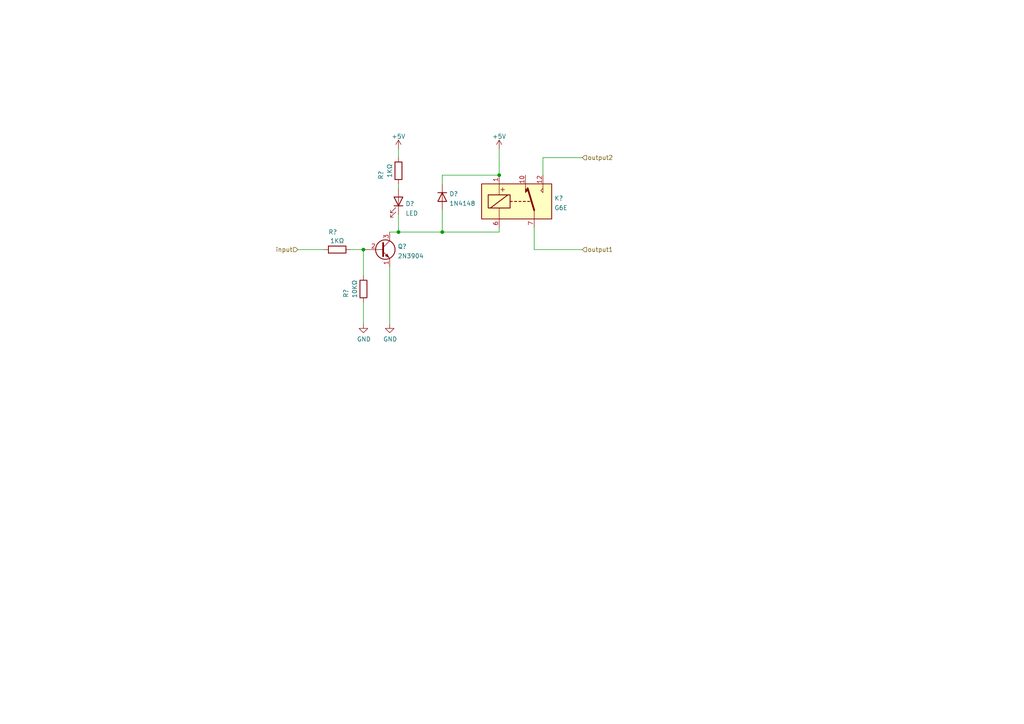
<source format=kicad_sch>
(kicad_sch (version 20211123) (generator eeschema)

  (uuid bb5ba3a0-4714-4acf-8285-c37121ec5d3f)

  (paper "A4")

  (lib_symbols
    (symbol "Device:LED" (pin_numbers hide) (pin_names (offset 1.016) hide) (in_bom yes) (on_board yes)
      (property "Reference" "D" (id 0) (at 0 2.54 0)
        (effects (font (size 1.27 1.27)))
      )
      (property "Value" "LED" (id 1) (at 0 -2.54 0)
        (effects (font (size 1.27 1.27)))
      )
      (property "Footprint" "" (id 2) (at 0 0 0)
        (effects (font (size 1.27 1.27)) hide)
      )
      (property "Datasheet" "~" (id 3) (at 0 0 0)
        (effects (font (size 1.27 1.27)) hide)
      )
      (property "ki_keywords" "LED diode" (id 4) (at 0 0 0)
        (effects (font (size 1.27 1.27)) hide)
      )
      (property "ki_description" "Light emitting diode" (id 5) (at 0 0 0)
        (effects (font (size 1.27 1.27)) hide)
      )
      (property "ki_fp_filters" "LED* LED_SMD:* LED_THT:*" (id 6) (at 0 0 0)
        (effects (font (size 1.27 1.27)) hide)
      )
      (symbol "LED_0_1"
        (polyline
          (pts
            (xy -1.27 -1.27)
            (xy -1.27 1.27)
          )
          (stroke (width 0.254) (type default) (color 0 0 0 0))
          (fill (type none))
        )
        (polyline
          (pts
            (xy -1.27 0)
            (xy 1.27 0)
          )
          (stroke (width 0) (type default) (color 0 0 0 0))
          (fill (type none))
        )
        (polyline
          (pts
            (xy 1.27 -1.27)
            (xy 1.27 1.27)
            (xy -1.27 0)
            (xy 1.27 -1.27)
          )
          (stroke (width 0.254) (type default) (color 0 0 0 0))
          (fill (type none))
        )
        (polyline
          (pts
            (xy -3.048 -0.762)
            (xy -4.572 -2.286)
            (xy -3.81 -2.286)
            (xy -4.572 -2.286)
            (xy -4.572 -1.524)
          )
          (stroke (width 0) (type default) (color 0 0 0 0))
          (fill (type none))
        )
        (polyline
          (pts
            (xy -1.778 -0.762)
            (xy -3.302 -2.286)
            (xy -2.54 -2.286)
            (xy -3.302 -2.286)
            (xy -3.302 -1.524)
          )
          (stroke (width 0) (type default) (color 0 0 0 0))
          (fill (type none))
        )
      )
      (symbol "LED_1_1"
        (pin passive line (at -3.81 0 0) (length 2.54)
          (name "K" (effects (font (size 1.27 1.27))))
          (number "1" (effects (font (size 1.27 1.27))))
        )
        (pin passive line (at 3.81 0 180) (length 2.54)
          (name "A" (effects (font (size 1.27 1.27))))
          (number "2" (effects (font (size 1.27 1.27))))
        )
      )
    )
    (symbol "Device:R" (pin_numbers hide) (pin_names (offset 0)) (in_bom yes) (on_board yes)
      (property "Reference" "R" (id 0) (at 2.032 0 90)
        (effects (font (size 1.27 1.27)))
      )
      (property "Value" "R" (id 1) (at 0 0 90)
        (effects (font (size 1.27 1.27)))
      )
      (property "Footprint" "" (id 2) (at -1.778 0 90)
        (effects (font (size 1.27 1.27)) hide)
      )
      (property "Datasheet" "~" (id 3) (at 0 0 0)
        (effects (font (size 1.27 1.27)) hide)
      )
      (property "ki_keywords" "R res resistor" (id 4) (at 0 0 0)
        (effects (font (size 1.27 1.27)) hide)
      )
      (property "ki_description" "Resistor" (id 5) (at 0 0 0)
        (effects (font (size 1.27 1.27)) hide)
      )
      (property "ki_fp_filters" "R_*" (id 6) (at 0 0 0)
        (effects (font (size 1.27 1.27)) hide)
      )
      (symbol "R_0_1"
        (rectangle (start -1.016 -2.54) (end 1.016 2.54)
          (stroke (width 0.254) (type default) (color 0 0 0 0))
          (fill (type none))
        )
      )
      (symbol "R_1_1"
        (pin passive line (at 0 3.81 270) (length 1.27)
          (name "~" (effects (font (size 1.27 1.27))))
          (number "1" (effects (font (size 1.27 1.27))))
        )
        (pin passive line (at 0 -3.81 90) (length 1.27)
          (name "~" (effects (font (size 1.27 1.27))))
          (number "2" (effects (font (size 1.27 1.27))))
        )
      )
    )
    (symbol "Diode:1N4148" (pin_numbers hide) (pin_names (offset 1.016) hide) (in_bom yes) (on_board yes)
      (property "Reference" "D" (id 0) (at 0 2.54 0)
        (effects (font (size 1.27 1.27)))
      )
      (property "Value" "1N4148" (id 1) (at 0 -2.54 0)
        (effects (font (size 1.27 1.27)))
      )
      (property "Footprint" "Diode_THT:D_DO-35_SOD27_P7.62mm_Horizontal" (id 2) (at 0 -4.445 0)
        (effects (font (size 1.27 1.27)) hide)
      )
      (property "Datasheet" "https://assets.nexperia.com/documents/data-sheet/1N4148_1N4448.pdf" (id 3) (at 0 0 0)
        (effects (font (size 1.27 1.27)) hide)
      )
      (property "ki_keywords" "diode" (id 4) (at 0 0 0)
        (effects (font (size 1.27 1.27)) hide)
      )
      (property "ki_description" "100V 0.15A standard switching diode, DO-35" (id 5) (at 0 0 0)
        (effects (font (size 1.27 1.27)) hide)
      )
      (property "ki_fp_filters" "D*DO?35*" (id 6) (at 0 0 0)
        (effects (font (size 1.27 1.27)) hide)
      )
      (symbol "1N4148_0_1"
        (polyline
          (pts
            (xy -1.27 1.27)
            (xy -1.27 -1.27)
          )
          (stroke (width 0.254) (type default) (color 0 0 0 0))
          (fill (type none))
        )
        (polyline
          (pts
            (xy 1.27 0)
            (xy -1.27 0)
          )
          (stroke (width 0) (type default) (color 0 0 0 0))
          (fill (type none))
        )
        (polyline
          (pts
            (xy 1.27 1.27)
            (xy 1.27 -1.27)
            (xy -1.27 0)
            (xy 1.27 1.27)
          )
          (stroke (width 0.254) (type default) (color 0 0 0 0))
          (fill (type none))
        )
      )
      (symbol "1N4148_1_1"
        (pin passive line (at -3.81 0 0) (length 2.54)
          (name "K" (effects (font (size 1.27 1.27))))
          (number "1" (effects (font (size 1.27 1.27))))
        )
        (pin passive line (at 3.81 0 180) (length 2.54)
          (name "A" (effects (font (size 1.27 1.27))))
          (number "2" (effects (font (size 1.27 1.27))))
        )
      )
    )
    (symbol "Relay:G6E" (in_bom yes) (on_board yes)
      (property "Reference" "K" (id 0) (at 11.43 3.81 0)
        (effects (font (size 1.27 1.27)) (justify left))
      )
      (property "Value" "G6E" (id 1) (at 11.43 1.27 0)
        (effects (font (size 1.27 1.27)) (justify left))
      )
      (property "Footprint" "Relay_THT:Relay_SPDT_Omron_G6E" (id 2) (at 28.702 -0.762 0)
        (effects (font (size 1.27 1.27)) hide)
      )
      (property "Datasheet" "https://www.omron.com/ecb/products/pdf/en-g6e.pdf" (id 3) (at 0 0 0)
        (effects (font (size 1.27 1.27)) hide)
      )
      (property "ki_keywords" "Single Pole Relay SPDT" (id 4) (at 0 0 0)
        (effects (font (size 1.27 1.27)) hide)
      )
      (property "ki_description" "Omron Subminiature Sensitive SPDT Signal Switching Relay, Single-Side Stable" (id 5) (at 0 0 0)
        (effects (font (size 1.27 1.27)) hide)
      )
      (property "ki_fp_filters" "Relay*SPDT*Omron*G6E*" (id 6) (at 0 0 0)
        (effects (font (size 1.27 1.27)) hide)
      )
      (symbol "G6E_0_0"
        (polyline
          (pts
            (xy 7.62 5.08)
            (xy 7.62 2.54)
            (xy 6.985 3.175)
            (xy 7.62 3.81)
          )
          (stroke (width 0) (type default) (color 0 0 0 0))
          (fill (type none))
        )
        (text "+" (at -4.064 3.556 0)
          (effects (font (size 1.524 1.524)))
        )
      )
      (symbol "G6E_0_1"
        (rectangle (start -10.16 5.08) (end 10.16 -5.08)
          (stroke (width 0.254) (type default) (color 0 0 0 0))
          (fill (type background))
        )
        (rectangle (start -8.255 1.905) (end -1.905 -1.905)
          (stroke (width 0.254) (type default) (color 0 0 0 0))
          (fill (type none))
        )
        (polyline
          (pts
            (xy -7.62 -1.905)
            (xy -2.54 1.905)
          )
          (stroke (width 0.254) (type default) (color 0 0 0 0))
          (fill (type none))
        )
        (polyline
          (pts
            (xy -5.08 -5.08)
            (xy -5.08 -1.905)
          )
          (stroke (width 0) (type default) (color 0 0 0 0))
          (fill (type none))
        )
        (polyline
          (pts
            (xy -5.08 5.08)
            (xy -5.08 1.905)
          )
          (stroke (width 0) (type default) (color 0 0 0 0))
          (fill (type none))
        )
        (polyline
          (pts
            (xy -1.905 0)
            (xy -1.27 0)
          )
          (stroke (width 0.254) (type default) (color 0 0 0 0))
          (fill (type none))
        )
        (polyline
          (pts
            (xy -0.635 0)
            (xy 0 0)
          )
          (stroke (width 0.254) (type default) (color 0 0 0 0))
          (fill (type none))
        )
        (polyline
          (pts
            (xy 0.635 0)
            (xy 1.27 0)
          )
          (stroke (width 0.254) (type default) (color 0 0 0 0))
          (fill (type none))
        )
        (polyline
          (pts
            (xy 1.905 0)
            (xy 2.54 0)
          )
          (stroke (width 0.254) (type default) (color 0 0 0 0))
          (fill (type none))
        )
        (polyline
          (pts
            (xy 3.175 0)
            (xy 3.81 0)
          )
          (stroke (width 0.254) (type default) (color 0 0 0 0))
          (fill (type none))
        )
        (polyline
          (pts
            (xy 5.08 -2.54)
            (xy 3.175 3.81)
          )
          (stroke (width 0.508) (type default) (color 0 0 0 0))
          (fill (type none))
        )
        (polyline
          (pts
            (xy 5.08 -2.54)
            (xy 5.08 -5.08)
          )
          (stroke (width 0) (type default) (color 0 0 0 0))
          (fill (type none))
        )
        (polyline
          (pts
            (xy 2.54 5.08)
            (xy 2.54 2.54)
            (xy 3.175 3.175)
            (xy 2.54 3.81)
          )
          (stroke (width 0) (type default) (color 0 0 0 0))
          (fill (type outline))
        )
      )
      (symbol "G6E_1_1"
        (pin passive line (at -5.08 7.62 270) (length 2.54)
          (name "~" (effects (font (size 1.27 1.27))))
          (number "1" (effects (font (size 1.27 1.27))))
        )
        (pin passive line (at 2.54 7.62 270) (length 2.54)
          (name "~" (effects (font (size 1.27 1.27))))
          (number "10" (effects (font (size 1.27 1.27))))
        )
        (pin passive line (at 7.62 7.62 270) (length 2.54)
          (name "~" (effects (font (size 1.27 1.27))))
          (number "12" (effects (font (size 1.27 1.27))))
        )
        (pin passive line (at -5.08 -7.62 90) (length 2.54)
          (name "~" (effects (font (size 1.27 1.27))))
          (number "6" (effects (font (size 1.27 1.27))))
        )
        (pin passive line (at 5.08 -7.62 90) (length 2.54)
          (name "~" (effects (font (size 1.27 1.27))))
          (number "7" (effects (font (size 1.27 1.27))))
        )
      )
    )
    (symbol "Transistor_BJT:2N3904" (pin_names (offset 0) hide) (in_bom yes) (on_board yes)
      (property "Reference" "Q" (id 0) (at 5.08 1.905 0)
        (effects (font (size 1.27 1.27)) (justify left))
      )
      (property "Value" "2N3904" (id 1) (at 5.08 0 0)
        (effects (font (size 1.27 1.27)) (justify left))
      )
      (property "Footprint" "Package_TO_SOT_THT:TO-92_Inline" (id 2) (at 5.08 -1.905 0)
        (effects (font (size 1.27 1.27) italic) (justify left) hide)
      )
      (property "Datasheet" "https://www.onsemi.com/pub/Collateral/2N3903-D.PDF" (id 3) (at 0 0 0)
        (effects (font (size 1.27 1.27)) (justify left) hide)
      )
      (property "ki_keywords" "NPN Transistor" (id 4) (at 0 0 0)
        (effects (font (size 1.27 1.27)) hide)
      )
      (property "ki_description" "0.2A Ic, 40V Vce, Small Signal NPN Transistor, TO-92" (id 5) (at 0 0 0)
        (effects (font (size 1.27 1.27)) hide)
      )
      (property "ki_fp_filters" "TO?92*" (id 6) (at 0 0 0)
        (effects (font (size 1.27 1.27)) hide)
      )
      (symbol "2N3904_0_1"
        (polyline
          (pts
            (xy 0.635 0.635)
            (xy 2.54 2.54)
          )
          (stroke (width 0) (type default) (color 0 0 0 0))
          (fill (type none))
        )
        (polyline
          (pts
            (xy 0.635 -0.635)
            (xy 2.54 -2.54)
            (xy 2.54 -2.54)
          )
          (stroke (width 0) (type default) (color 0 0 0 0))
          (fill (type none))
        )
        (polyline
          (pts
            (xy 0.635 1.905)
            (xy 0.635 -1.905)
            (xy 0.635 -1.905)
          )
          (stroke (width 0.508) (type default) (color 0 0 0 0))
          (fill (type none))
        )
        (polyline
          (pts
            (xy 1.27 -1.778)
            (xy 1.778 -1.27)
            (xy 2.286 -2.286)
            (xy 1.27 -1.778)
            (xy 1.27 -1.778)
          )
          (stroke (width 0) (type default) (color 0 0 0 0))
          (fill (type outline))
        )
        (circle (center 1.27 0) (radius 2.8194)
          (stroke (width 0.254) (type default) (color 0 0 0 0))
          (fill (type none))
        )
      )
      (symbol "2N3904_1_1"
        (pin passive line (at 2.54 -5.08 90) (length 2.54)
          (name "E" (effects (font (size 1.27 1.27))))
          (number "1" (effects (font (size 1.27 1.27))))
        )
        (pin passive line (at -5.08 0 0) (length 5.715)
          (name "B" (effects (font (size 1.27 1.27))))
          (number "2" (effects (font (size 1.27 1.27))))
        )
        (pin passive line (at 2.54 5.08 270) (length 2.54)
          (name "C" (effects (font (size 1.27 1.27))))
          (number "3" (effects (font (size 1.27 1.27))))
        )
      )
    )
    (symbol "power:+5V" (power) (pin_names (offset 0)) (in_bom yes) (on_board yes)
      (property "Reference" "#PWR" (id 0) (at 0 -3.81 0)
        (effects (font (size 1.27 1.27)) hide)
      )
      (property "Value" "+5V" (id 1) (at 0 3.556 0)
        (effects (font (size 1.27 1.27)))
      )
      (property "Footprint" "" (id 2) (at 0 0 0)
        (effects (font (size 1.27 1.27)) hide)
      )
      (property "Datasheet" "" (id 3) (at 0 0 0)
        (effects (font (size 1.27 1.27)) hide)
      )
      (property "ki_keywords" "power-flag" (id 4) (at 0 0 0)
        (effects (font (size 1.27 1.27)) hide)
      )
      (property "ki_description" "Power symbol creates a global label with name \"+5V\"" (id 5) (at 0 0 0)
        (effects (font (size 1.27 1.27)) hide)
      )
      (symbol "+5V_0_1"
        (polyline
          (pts
            (xy -0.762 1.27)
            (xy 0 2.54)
          )
          (stroke (width 0) (type default) (color 0 0 0 0))
          (fill (type none))
        )
        (polyline
          (pts
            (xy 0 0)
            (xy 0 2.54)
          )
          (stroke (width 0) (type default) (color 0 0 0 0))
          (fill (type none))
        )
        (polyline
          (pts
            (xy 0 2.54)
            (xy 0.762 1.27)
          )
          (stroke (width 0) (type default) (color 0 0 0 0))
          (fill (type none))
        )
      )
      (symbol "+5V_1_1"
        (pin power_in line (at 0 0 90) (length 0) hide
          (name "+5V" (effects (font (size 1.27 1.27))))
          (number "1" (effects (font (size 1.27 1.27))))
        )
      )
    )
    (symbol "power:GND" (power) (pin_names (offset 0)) (in_bom yes) (on_board yes)
      (property "Reference" "#PWR" (id 0) (at 0 -6.35 0)
        (effects (font (size 1.27 1.27)) hide)
      )
      (property "Value" "GND" (id 1) (at 0 -3.81 0)
        (effects (font (size 1.27 1.27)))
      )
      (property "Footprint" "" (id 2) (at 0 0 0)
        (effects (font (size 1.27 1.27)) hide)
      )
      (property "Datasheet" "" (id 3) (at 0 0 0)
        (effects (font (size 1.27 1.27)) hide)
      )
      (property "ki_keywords" "power-flag" (id 4) (at 0 0 0)
        (effects (font (size 1.27 1.27)) hide)
      )
      (property "ki_description" "Power symbol creates a global label with name \"GND\" , ground" (id 5) (at 0 0 0)
        (effects (font (size 1.27 1.27)) hide)
      )
      (symbol "GND_0_1"
        (polyline
          (pts
            (xy 0 0)
            (xy 0 -1.27)
            (xy 1.27 -1.27)
            (xy 0 -2.54)
            (xy -1.27 -1.27)
            (xy 0 -1.27)
          )
          (stroke (width 0) (type default) (color 0 0 0 0))
          (fill (type none))
        )
      )
      (symbol "GND_1_1"
        (pin power_in line (at 0 0 270) (length 0) hide
          (name "GND" (effects (font (size 1.27 1.27))))
          (number "1" (effects (font (size 1.27 1.27))))
        )
      )
    )
  )

  (junction (at 128.27 67.31) (diameter 0) (color 0 0 0 0)
    (uuid 361a4148-46f7-45ee-b688-f285e52998d3)
  )
  (junction (at 105.41 72.39) (diameter 0) (color 0 0 0 0)
    (uuid 6c7d66e2-30e2-4d0c-997b-a7b7155a7203)
  )
  (junction (at 144.78 50.8) (diameter 0) (color 0 0 0 0)
    (uuid 83389342-341d-4149-aaf9-0824346fcd8e)
  )
  (junction (at 115.57 67.31) (diameter 0) (color 0 0 0 0)
    (uuid c887e0b2-8719-4175-8374-c0b0a1ec53a0)
  )

  (wire (pts (xy 128.27 50.8) (xy 144.78 50.8))
    (stroke (width 0) (type default) (color 0 0 0 0))
    (uuid 305a5c48-e619-4227-9549-9c60d0176edf)
  )
  (wire (pts (xy 128.27 67.31) (xy 144.78 67.31))
    (stroke (width 0) (type default) (color 0 0 0 0))
    (uuid 4d2b1079-29f7-4456-ab22-8211554ea90b)
  )
  (wire (pts (xy 86.36 72.39) (xy 93.98 72.39))
    (stroke (width 0) (type default) (color 0 0 0 0))
    (uuid 4e11ecd8-2aa8-438c-833f-431a37e74507)
  )
  (wire (pts (xy 105.41 72.39) (xy 105.41 80.01))
    (stroke (width 0) (type default) (color 0 0 0 0))
    (uuid 5463d528-3e32-41da-94e6-fb62529b068f)
  )
  (wire (pts (xy 115.57 67.31) (xy 113.03 67.31))
    (stroke (width 0) (type default) (color 0 0 0 0))
    (uuid 5479aeb0-420d-4d64-8fd8-d329766066a7)
  )
  (wire (pts (xy 144.78 66.04) (xy 144.78 67.31))
    (stroke (width 0) (type default) (color 0 0 0 0))
    (uuid 662203e4-8a06-4828-b199-73b838f6f757)
  )
  (wire (pts (xy 128.27 53.34) (xy 128.27 50.8))
    (stroke (width 0) (type default) (color 0 0 0 0))
    (uuid 6cd53d14-93da-469c-8dce-b850feaac914)
  )
  (wire (pts (xy 113.03 77.47) (xy 113.03 93.98))
    (stroke (width 0) (type default) (color 0 0 0 0))
    (uuid 7578dac6-b1fe-4e0d-ad90-a2ecc32f93c1)
  )
  (wire (pts (xy 144.78 43.18) (xy 144.78 50.8))
    (stroke (width 0) (type default) (color 0 0 0 0))
    (uuid 87d7ecda-8908-45cd-bcd6-697cb5464c09)
  )
  (wire (pts (xy 128.27 60.96) (xy 128.27 67.31))
    (stroke (width 0) (type default) (color 0 0 0 0))
    (uuid 893e0e53-8dee-440a-8277-a7db91e2f266)
  )
  (wire (pts (xy 115.57 62.23) (xy 115.57 67.31))
    (stroke (width 0) (type default) (color 0 0 0 0))
    (uuid 8f2088eb-5b7c-41db-8296-ea50081feba2)
  )
  (wire (pts (xy 128.27 67.31) (xy 115.57 67.31))
    (stroke (width 0) (type default) (color 0 0 0 0))
    (uuid 93130f14-e6bf-4e27-93db-ec8d65fa52ce)
  )
  (wire (pts (xy 157.48 45.72) (xy 157.48 50.8))
    (stroke (width 0) (type default) (color 0 0 0 0))
    (uuid 9bb058c8-acc4-46c6-be11-b6f8db4b9504)
  )
  (wire (pts (xy 168.91 45.72) (xy 157.48 45.72))
    (stroke (width 0) (type default) (color 0 0 0 0))
    (uuid b65aa79f-1499-46d1-b70b-4787fd9291ac)
  )
  (wire (pts (xy 154.94 72.39) (xy 154.94 66.04))
    (stroke (width 0) (type default) (color 0 0 0 0))
    (uuid bd57e917-d01a-465c-8bcb-af0b8a0b9d5e)
  )
  (wire (pts (xy 168.91 72.39) (xy 154.94 72.39))
    (stroke (width 0) (type default) (color 0 0 0 0))
    (uuid bf52da6e-0e4c-4ab8-a757-ea0ab3054a2a)
  )
  (wire (pts (xy 105.41 87.63) (xy 105.41 93.98))
    (stroke (width 0) (type default) (color 0 0 0 0))
    (uuid c099ce96-346d-4716-9a26-e245dad49641)
  )
  (wire (pts (xy 115.57 43.18) (xy 115.57 45.72))
    (stroke (width 0) (type default) (color 0 0 0 0))
    (uuid d08ca2b2-a9e1-47f7-9171-90d8f6e5ba52)
  )
  (wire (pts (xy 115.57 53.34) (xy 115.57 54.61))
    (stroke (width 0) (type default) (color 0 0 0 0))
    (uuid f2820135-528f-4ff9-80e5-eb40f0731891)
  )
  (wire (pts (xy 101.6 72.39) (xy 105.41 72.39))
    (stroke (width 0) (type default) (color 0 0 0 0))
    (uuid f2db3ca1-4706-4dd3-88bd-c220a6fd591c)
  )

  (hierarchical_label "input" (shape input) (at 86.36 72.39 180)
    (effects (font (size 1.27 1.27)) (justify right))
    (uuid 8ccb43a5-366f-429d-ab9d-6ffb42ac19fb)
  )
  (hierarchical_label "output2" (shape input) (at 168.91 45.72 0)
    (effects (font (size 1.27 1.27)) (justify left))
    (uuid bdaa8aa5-cf95-4a11-beb9-2df770472483)
  )
  (hierarchical_label "output1" (shape input) (at 168.91 72.39 0)
    (effects (font (size 1.27 1.27)) (justify left))
    (uuid f7eb4a01-d86a-4f82-820c-de5e06f18a31)
  )

  (symbol (lib_id "power:+5V") (at 115.57 43.18 0)
    (in_bom yes) (on_board yes) (fields_autoplaced)
    (uuid 117698d6-a3c5-44ba-bfb6-1267654add1f)
    (property "Reference" "#PWR?" (id 0) (at 115.57 46.99 0)
      (effects (font (size 1.27 1.27)) hide)
    )
    (property "Value" "+5V" (id 1) (at 115.57 39.5755 0))
    (property "Footprint" "" (id 2) (at 115.57 43.18 0)
      (effects (font (size 1.27 1.27)) hide)
    )
    (property "Datasheet" "" (id 3) (at 115.57 43.18 0)
      (effects (font (size 1.27 1.27)) hide)
    )
    (pin "1" (uuid de9190be-0426-45cf-b72f-6e933d6151f4))
  )

  (symbol (lib_id "Transistor_BJT:2N3904") (at 110.49 72.39 0)
    (in_bom yes) (on_board yes) (fields_autoplaced)
    (uuid 1d8ff4ad-528d-4cab-a6b3-3da43144c733)
    (property "Reference" "Q?" (id 0) (at 115.3414 71.4815 0)
      (effects (font (size 1.27 1.27)) (justify left))
    )
    (property "Value" "2N3904" (id 1) (at 115.3414 74.2566 0)
      (effects (font (size 1.27 1.27)) (justify left))
    )
    (property "Footprint" "Package_TO_SOT_THT:TO-92_Inline" (id 2) (at 115.57 74.295 0)
      (effects (font (size 1.27 1.27) italic) (justify left) hide)
    )
    (property "Datasheet" "https://www.onsemi.com/pub/Collateral/2N3903-D.PDF" (id 3) (at 110.49 72.39 0)
      (effects (font (size 1.27 1.27)) (justify left) hide)
    )
    (pin "1" (uuid 940a7f09-fda9-470c-a998-3916c6c05adf))
    (pin "2" (uuid 8f4889a9-a881-45b3-8a2c-516fdf9adbbf))
    (pin "3" (uuid c453d96c-6fe1-416c-a1cb-3af32f928ca7))
  )

  (symbol (lib_id "Relay:G6E") (at 149.86 58.42 0)
    (in_bom yes) (on_board yes) (fields_autoplaced)
    (uuid 3abbc070-c8ec-443b-af0a-da8480a602c6)
    (property "Reference" "K?" (id 0) (at 160.782 57.5115 0)
      (effects (font (size 1.27 1.27)) (justify left))
    )
    (property "Value" "G6E" (id 1) (at 160.782 60.2866 0)
      (effects (font (size 1.27 1.27)) (justify left))
    )
    (property "Footprint" "Relay_THT:Relay_SPDT_Omron_G6E" (id 2) (at 178.562 59.182 0)
      (effects (font (size 1.27 1.27)) hide)
    )
    (property "Datasheet" "https://www.omron.com/ecb/products/pdf/en-g6e.pdf" (id 3) (at 149.86 58.42 0)
      (effects (font (size 1.27 1.27)) hide)
    )
    (pin "1" (uuid d5fdb68f-b709-4bfc-90f2-b991af0b6540))
    (pin "10" (uuid f11284ab-335b-401c-90d2-a7c515b7d6e6))
    (pin "12" (uuid 3561ef08-7cf2-4e5f-96c4-e72a61d2fc46))
    (pin "6" (uuid 7e8ffcea-370c-49c7-a1c6-553c7870f709))
    (pin "7" (uuid 9be526ac-c03b-4265-9410-285135c118f4))
  )

  (symbol (lib_id "power:GND") (at 105.41 93.98 0)
    (in_bom yes) (on_board yes)
    (uuid 48e4e98f-789f-4040-8ab6-79b934950c05)
    (property "Reference" "#PWR?" (id 0) (at 105.41 100.33 0)
      (effects (font (size 1.27 1.27)) hide)
    )
    (property "Value" "GND" (id 1) (at 105.537 98.3742 0))
    (property "Footprint" "" (id 2) (at 105.41 93.98 0)
      (effects (font (size 1.27 1.27)) hide)
    )
    (property "Datasheet" "" (id 3) (at 105.41 93.98 0)
      (effects (font (size 1.27 1.27)) hide)
    )
    (pin "1" (uuid 6b1014af-3b18-4920-99d2-f06bf0babfc5))
  )

  (symbol (lib_id "Device:R") (at 105.41 83.82 0)
    (in_bom yes) (on_board yes)
    (uuid 6d6fa292-6322-4df6-8069-a63ea37e4e1a)
    (property "Reference" "R?" (id 0) (at 100.33 85.09 90))
    (property "Value" "10KΩ" (id 1) (at 102.87 83.82 90))
    (property "Footprint" "Resistor_SMD:R_0603_1608Metric" (id 2) (at 103.632 83.82 90)
      (effects (font (size 1.27 1.27)) hide)
    )
    (property "Datasheet" "" (id 3) (at 105.41 83.82 0)
      (effects (font (size 1.27 1.27)) hide)
    )
    (property "LCSC" "" (id 4) (at 105.41 83.82 90)
      (effects (font (size 1.27 1.27)) hide)
    )
    (pin "1" (uuid 1dc26feb-1a70-4c64-8812-fb0fcbf8bdb3))
    (pin "2" (uuid 0412aa84-0ba8-4338-85a9-bc007f3b4780))
  )

  (symbol (lib_id "Device:R") (at 97.79 72.39 270)
    (in_bom yes) (on_board yes)
    (uuid 712cad95-973f-407e-a80b-c008cc3bdae7)
    (property "Reference" "R?" (id 0) (at 96.52 67.31 90))
    (property "Value" "1KΩ" (id 1) (at 97.79 69.85 90))
    (property "Footprint" "Resistor_SMD:R_0603_1608Metric" (id 2) (at 97.79 70.612 90)
      (effects (font (size 1.27 1.27)) hide)
    )
    (property "Datasheet" "" (id 3) (at 97.79 72.39 0)
      (effects (font (size 1.27 1.27)) hide)
    )
    (property "LCSC" "" (id 4) (at 97.79 72.39 90)
      (effects (font (size 1.27 1.27)) hide)
    )
    (pin "1" (uuid 0be2535e-cab1-433e-99cd-763c9378ce9e))
    (pin "2" (uuid 3cc64f95-ce28-4f3a-868b-1984c6cbe8e4))
  )

  (symbol (lib_id "Diode:1N4148") (at 128.27 57.15 270)
    (in_bom yes) (on_board yes) (fields_autoplaced)
    (uuid 8373941c-9b20-4954-b46f-27acacd037b6)
    (property "Reference" "D?" (id 0) (at 130.302 56.2415 90)
      (effects (font (size 1.27 1.27)) (justify left))
    )
    (property "Value" "1N4148" (id 1) (at 130.302 59.0166 90)
      (effects (font (size 1.27 1.27)) (justify left))
    )
    (property "Footprint" "Diode_THT:D_DO-35_SOD27_P7.62mm_Horizontal" (id 2) (at 123.825 57.15 0)
      (effects (font (size 1.27 1.27)) hide)
    )
    (property "Datasheet" "https://assets.nexperia.com/documents/data-sheet/1N4148_1N4448.pdf" (id 3) (at 128.27 57.15 0)
      (effects (font (size 1.27 1.27)) hide)
    )
    (pin "1" (uuid cffbc373-e375-4624-a053-2e089f6c7c3f))
    (pin "2" (uuid ed2885b5-f3c4-4bf1-97db-c3789a851293))
  )

  (symbol (lib_id "power:+5V") (at 144.78 43.18 0)
    (in_bom yes) (on_board yes) (fields_autoplaced)
    (uuid aa13b47b-6d22-47f8-b637-09ce86c078ea)
    (property "Reference" "#PWR?" (id 0) (at 144.78 46.99 0)
      (effects (font (size 1.27 1.27)) hide)
    )
    (property "Value" "+5V" (id 1) (at 144.78 39.5755 0))
    (property "Footprint" "" (id 2) (at 144.78 43.18 0)
      (effects (font (size 1.27 1.27)) hide)
    )
    (property "Datasheet" "" (id 3) (at 144.78 43.18 0)
      (effects (font (size 1.27 1.27)) hide)
    )
    (pin "1" (uuid fb2bcbc4-0143-44e7-9bd8-0e0aea63c8ac))
  )

  (symbol (lib_id "Device:R") (at 115.57 49.53 0)
    (in_bom yes) (on_board yes)
    (uuid d84d0d1e-2257-44dc-92a8-633bd89ccae3)
    (property "Reference" "R?" (id 0) (at 110.49 50.8 90))
    (property "Value" "1KΩ" (id 1) (at 113.03 49.53 90))
    (property "Footprint" "Resistor_SMD:R_0603_1608Metric" (id 2) (at 113.792 49.53 90)
      (effects (font (size 1.27 1.27)) hide)
    )
    (property "Datasheet" "" (id 3) (at 115.57 49.53 0)
      (effects (font (size 1.27 1.27)) hide)
    )
    (property "LCSC" "" (id 4) (at 115.57 49.53 90)
      (effects (font (size 1.27 1.27)) hide)
    )
    (pin "1" (uuid 1cbb102f-960e-4a2f-a685-de0dea379a9f))
    (pin "2" (uuid 578e6ff5-66c8-4acd-8939-e86f1222e61d))
  )

  (symbol (lib_id "Device:LED") (at 115.57 58.42 270) (mirror x)
    (in_bom yes) (on_board yes) (fields_autoplaced)
    (uuid eda92985-270f-4ee2-b486-2952cb98542f)
    (property "Reference" "D?" (id 0) (at 117.602 59.099 90)
      (effects (font (size 1.27 1.27)) (justify left))
    )
    (property "Value" "LED" (id 1) (at 117.602 61.8741 90)
      (effects (font (size 1.27 1.27)) (justify left))
    )
    (property "Footprint" "" (id 2) (at 115.57 58.42 0)
      (effects (font (size 1.27 1.27)) hide)
    )
    (property "Datasheet" "~" (id 3) (at 115.57 58.42 0)
      (effects (font (size 1.27 1.27)) hide)
    )
    (pin "1" (uuid e7bcdd68-fabf-4bbd-aa75-c1144b3be21f))
    (pin "2" (uuid 98a5dfe7-233d-435c-bb43-89e12aa7722e))
  )

  (symbol (lib_id "power:GND") (at 113.03 93.98 0)
    (in_bom yes) (on_board yes)
    (uuid f96b1cf9-e791-4080-95d0-97a5ca590834)
    (property "Reference" "#PWR?" (id 0) (at 113.03 100.33 0)
      (effects (font (size 1.27 1.27)) hide)
    )
    (property "Value" "GND" (id 1) (at 113.157 98.3742 0))
    (property "Footprint" "" (id 2) (at 113.03 93.98 0)
      (effects (font (size 1.27 1.27)) hide)
    )
    (property "Datasheet" "" (id 3) (at 113.03 93.98 0)
      (effects (font (size 1.27 1.27)) hide)
    )
    (pin "1" (uuid 88f5a0c2-cbc1-4840-9752-880eb7e2412b))
  )
)

</source>
